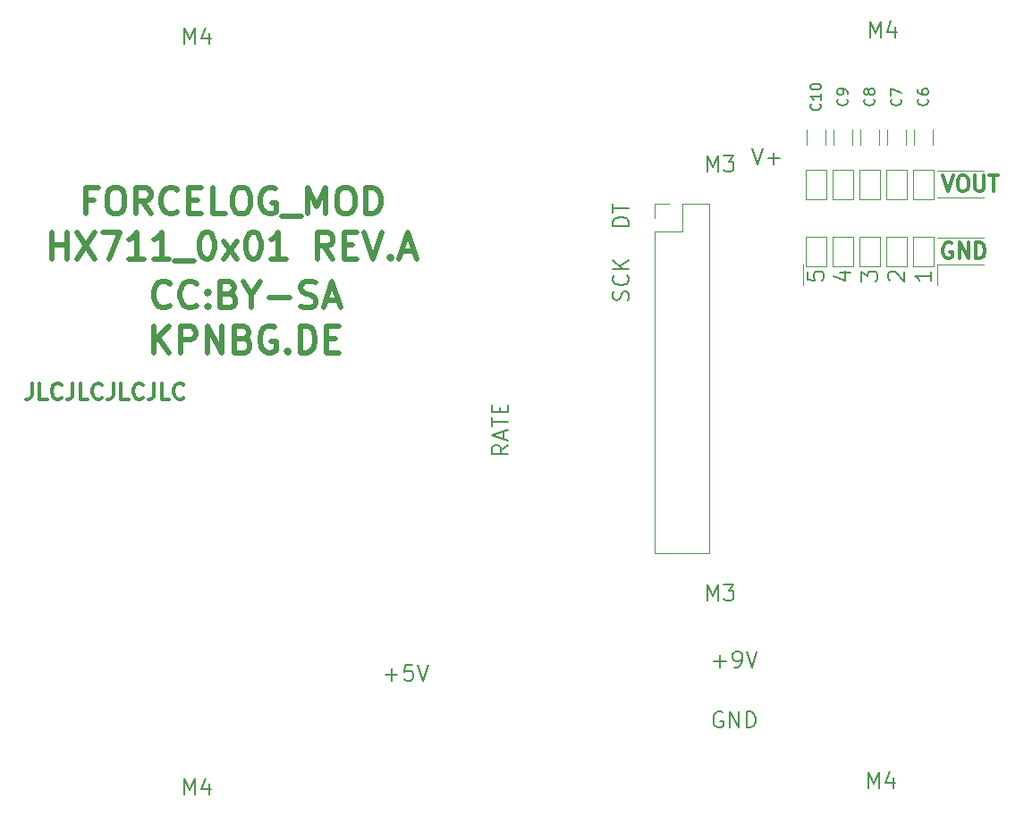
<source format=gbr>
%TF.GenerationSoftware,KiCad,Pcbnew,5.1.8*%
%TF.CreationDate,2020-12-20T23:42:19+01:00*%
%TF.ProjectId,pcb_module_hx711,7063625f-6d6f-4647-956c-655f68783731,rev?*%
%TF.SameCoordinates,Original*%
%TF.FileFunction,Legend,Top*%
%TF.FilePolarity,Positive*%
%FSLAX46Y46*%
G04 Gerber Fmt 4.6, Leading zero omitted, Abs format (unit mm)*
G04 Created by KiCad (PCBNEW 5.1.8) date 2020-12-20 23:42:19*
%MOMM*%
%LPD*%
G01*
G04 APERTURE LIST*
%ADD10C,0.300000*%
%ADD11C,0.200000*%
%ADD12C,0.500000*%
%ADD13C,0.120000*%
%ADD14C,0.150000*%
G04 APERTURE END LIST*
D10*
X49225269Y-106363780D02*
X49225269Y-107435209D01*
X49153841Y-107649494D01*
X49010983Y-107792351D01*
X48796698Y-107863780D01*
X48653841Y-107863780D01*
X50653841Y-107863780D02*
X49939555Y-107863780D01*
X49939555Y-106363780D01*
X52010983Y-107720923D02*
X51939555Y-107792351D01*
X51725269Y-107863780D01*
X51582412Y-107863780D01*
X51368126Y-107792351D01*
X51225269Y-107649494D01*
X51153841Y-107506637D01*
X51082412Y-107220923D01*
X51082412Y-107006637D01*
X51153841Y-106720923D01*
X51225269Y-106578066D01*
X51368126Y-106435209D01*
X51582412Y-106363780D01*
X51725269Y-106363780D01*
X51939555Y-106435209D01*
X52010983Y-106506637D01*
X53082412Y-106363780D02*
X53082412Y-107435209D01*
X53010983Y-107649494D01*
X52868126Y-107792351D01*
X52653841Y-107863780D01*
X52510983Y-107863780D01*
X54510983Y-107863780D02*
X53796698Y-107863780D01*
X53796698Y-106363780D01*
X55868126Y-107720923D02*
X55796698Y-107792351D01*
X55582412Y-107863780D01*
X55439555Y-107863780D01*
X55225269Y-107792351D01*
X55082412Y-107649494D01*
X55010983Y-107506637D01*
X54939555Y-107220923D01*
X54939555Y-107006637D01*
X55010983Y-106720923D01*
X55082412Y-106578066D01*
X55225269Y-106435209D01*
X55439555Y-106363780D01*
X55582412Y-106363780D01*
X55796698Y-106435209D01*
X55868126Y-106506637D01*
X56939555Y-106363780D02*
X56939555Y-107435209D01*
X56868126Y-107649494D01*
X56725269Y-107792351D01*
X56510983Y-107863780D01*
X56368126Y-107863780D01*
X58368126Y-107863780D02*
X57653841Y-107863780D01*
X57653841Y-106363780D01*
X59725269Y-107720923D02*
X59653841Y-107792351D01*
X59439555Y-107863780D01*
X59296698Y-107863780D01*
X59082412Y-107792351D01*
X58939555Y-107649494D01*
X58868126Y-107506637D01*
X58796698Y-107220923D01*
X58796698Y-107006637D01*
X58868126Y-106720923D01*
X58939555Y-106578066D01*
X59082412Y-106435209D01*
X59296698Y-106363780D01*
X59439555Y-106363780D01*
X59653841Y-106435209D01*
X59725269Y-106506637D01*
X60796698Y-106363780D02*
X60796698Y-107435209D01*
X60725269Y-107649494D01*
X60582412Y-107792351D01*
X60368126Y-107863780D01*
X60225269Y-107863780D01*
X62225269Y-107863780D02*
X61510983Y-107863780D01*
X61510983Y-106363780D01*
X63582412Y-107720923D02*
X63510983Y-107792351D01*
X63296698Y-107863780D01*
X63153841Y-107863780D01*
X62939555Y-107792351D01*
X62796698Y-107649494D01*
X62725269Y-107506637D01*
X62653841Y-107220923D01*
X62653841Y-107006637D01*
X62725269Y-106720923D01*
X62796698Y-106578066D01*
X62939555Y-106435209D01*
X63153841Y-106363780D01*
X63296698Y-106363780D01*
X63510983Y-106435209D01*
X63582412Y-106506637D01*
D11*
X114576698Y-137550209D02*
X114433841Y-137478780D01*
X114219555Y-137478780D01*
X114005269Y-137550209D01*
X113862412Y-137693066D01*
X113790983Y-137835923D01*
X113719555Y-138121637D01*
X113719555Y-138335923D01*
X113790983Y-138621637D01*
X113862412Y-138764494D01*
X114005269Y-138907351D01*
X114219555Y-138978780D01*
X114362412Y-138978780D01*
X114576698Y-138907351D01*
X114648126Y-138835923D01*
X114648126Y-138335923D01*
X114362412Y-138335923D01*
X115290983Y-138978780D02*
X115290983Y-137478780D01*
X116148126Y-138978780D01*
X116148126Y-137478780D01*
X116862412Y-138978780D02*
X116862412Y-137478780D01*
X117219555Y-137478780D01*
X117433841Y-137550209D01*
X117576698Y-137693066D01*
X117648126Y-137835923D01*
X117719555Y-138121637D01*
X117719555Y-138335923D01*
X117648126Y-138621637D01*
X117576698Y-138764494D01*
X117433841Y-138907351D01*
X117219555Y-138978780D01*
X116862412Y-138978780D01*
X113790983Y-132692351D02*
X114933841Y-132692351D01*
X114362412Y-133263780D02*
X114362412Y-132120923D01*
X115719555Y-133263780D02*
X116005269Y-133263780D01*
X116148126Y-133192351D01*
X116219555Y-133120923D01*
X116362412Y-132906637D01*
X116433841Y-132620923D01*
X116433841Y-132049494D01*
X116362412Y-131906637D01*
X116290983Y-131835209D01*
X116148126Y-131763780D01*
X115862412Y-131763780D01*
X115719555Y-131835209D01*
X115648126Y-131906637D01*
X115576698Y-132049494D01*
X115576698Y-132406637D01*
X115648126Y-132549494D01*
X115719555Y-132620923D01*
X115862412Y-132692351D01*
X116148126Y-132692351D01*
X116290983Y-132620923D01*
X116362412Y-132549494D01*
X116433841Y-132406637D01*
X116862412Y-131763780D02*
X117362412Y-133263780D01*
X117862412Y-131763780D01*
X117386698Y-84138780D02*
X117886698Y-85638780D01*
X118386698Y-84138780D01*
X118886698Y-85067351D02*
X120029555Y-85067351D01*
X119458126Y-85638780D02*
X119458126Y-84495923D01*
X105727412Y-91458066D02*
X104227412Y-91458066D01*
X104227412Y-91100923D01*
X104298841Y-90886637D01*
X104441698Y-90743780D01*
X104584555Y-90672351D01*
X104870269Y-90600923D01*
X105084555Y-90600923D01*
X105370269Y-90672351D01*
X105513126Y-90743780D01*
X105655983Y-90886637D01*
X105727412Y-91100923D01*
X105727412Y-91458066D01*
X104227412Y-90172351D02*
X104227412Y-89315209D01*
X105727412Y-89743780D02*
X104227412Y-89743780D01*
X105655983Y-98514494D02*
X105727412Y-98300209D01*
X105727412Y-97943066D01*
X105655983Y-97800209D01*
X105584555Y-97728780D01*
X105441698Y-97657351D01*
X105298841Y-97657351D01*
X105155983Y-97728780D01*
X105084555Y-97800209D01*
X105013126Y-97943066D01*
X104941698Y-98228780D01*
X104870269Y-98371637D01*
X104798841Y-98443066D01*
X104655983Y-98514494D01*
X104513126Y-98514494D01*
X104370269Y-98443066D01*
X104298841Y-98371637D01*
X104227412Y-98228780D01*
X104227412Y-97871637D01*
X104298841Y-97657351D01*
X105584555Y-96157351D02*
X105655983Y-96228780D01*
X105727412Y-96443066D01*
X105727412Y-96585923D01*
X105655983Y-96800209D01*
X105513126Y-96943066D01*
X105370269Y-97014494D01*
X105084555Y-97085923D01*
X104870269Y-97085923D01*
X104584555Y-97014494D01*
X104441698Y-96943066D01*
X104298841Y-96800209D01*
X104227412Y-96585923D01*
X104227412Y-96443066D01*
X104298841Y-96228780D01*
X104370269Y-96157351D01*
X105727412Y-95514494D02*
X104227412Y-95514494D01*
X105727412Y-94657351D02*
X104870269Y-95300209D01*
X104227412Y-94657351D02*
X105084555Y-95514494D01*
X94297412Y-112190923D02*
X93583126Y-112690923D01*
X94297412Y-113048066D02*
X92797412Y-113048066D01*
X92797412Y-112476637D01*
X92868841Y-112333780D01*
X92940269Y-112262351D01*
X93083126Y-112190923D01*
X93297412Y-112190923D01*
X93440269Y-112262351D01*
X93511698Y-112333780D01*
X93583126Y-112476637D01*
X93583126Y-113048066D01*
X93868841Y-111619494D02*
X93868841Y-110905209D01*
X94297412Y-111762351D02*
X92797412Y-111262351D01*
X94297412Y-110762351D01*
X92797412Y-110476637D02*
X92797412Y-109619494D01*
X94297412Y-110048066D02*
X92797412Y-110048066D01*
X93511698Y-109119494D02*
X93511698Y-108619494D01*
X94297412Y-108405209D02*
X94297412Y-109119494D01*
X92797412Y-109119494D01*
X92797412Y-108405209D01*
X82675983Y-133962351D02*
X83818841Y-133962351D01*
X83247412Y-134533780D02*
X83247412Y-133390923D01*
X85247412Y-133033780D02*
X84533126Y-133033780D01*
X84461698Y-133748066D01*
X84533126Y-133676637D01*
X84675983Y-133605209D01*
X85033126Y-133605209D01*
X85175983Y-133676637D01*
X85247412Y-133748066D01*
X85318841Y-133890923D01*
X85318841Y-134248066D01*
X85247412Y-134390923D01*
X85175983Y-134462351D01*
X85033126Y-134533780D01*
X84675983Y-134533780D01*
X84533126Y-134462351D01*
X84461698Y-134390923D01*
X85747412Y-133033780D02*
X86247412Y-134533780D01*
X86747412Y-133033780D01*
X113155983Y-86273780D02*
X113155983Y-84773780D01*
X113655983Y-85845209D01*
X114155983Y-84773780D01*
X114155983Y-86273780D01*
X114727412Y-84773780D02*
X115655983Y-84773780D01*
X115155983Y-85345209D01*
X115370269Y-85345209D01*
X115513126Y-85416637D01*
X115584555Y-85488066D01*
X115655983Y-85630923D01*
X115655983Y-85988066D01*
X115584555Y-86130923D01*
X115513126Y-86202351D01*
X115370269Y-86273780D01*
X114941698Y-86273780D01*
X114798841Y-86202351D01*
X114727412Y-86130923D01*
X113155983Y-126913780D02*
X113155983Y-125413780D01*
X113655983Y-126485209D01*
X114155983Y-125413780D01*
X114155983Y-126913780D01*
X114727412Y-125413780D02*
X115655983Y-125413780D01*
X115155983Y-125985209D01*
X115370269Y-125985209D01*
X115513126Y-126056637D01*
X115584555Y-126128066D01*
X115655983Y-126270923D01*
X115655983Y-126628066D01*
X115584555Y-126770923D01*
X115513126Y-126842351D01*
X115370269Y-126913780D01*
X114941698Y-126913780D01*
X114798841Y-126842351D01*
X114727412Y-126770923D01*
X128395983Y-144693780D02*
X128395983Y-143193780D01*
X128895983Y-144265209D01*
X129395983Y-143193780D01*
X129395983Y-144693780D01*
X130753126Y-143693780D02*
X130753126Y-144693780D01*
X130395983Y-143122351D02*
X130038841Y-144193780D01*
X130967412Y-144193780D01*
X63625983Y-145328780D02*
X63625983Y-143828780D01*
X64125983Y-144900209D01*
X64625983Y-143828780D01*
X64625983Y-145328780D01*
X65983126Y-144328780D02*
X65983126Y-145328780D01*
X65625983Y-143757351D02*
X65268841Y-144828780D01*
X66197412Y-144828780D01*
X63625983Y-74208780D02*
X63625983Y-72708780D01*
X64125983Y-73780209D01*
X64625983Y-72708780D01*
X64625983Y-74208780D01*
X65983126Y-73208780D02*
X65983126Y-74208780D01*
X65625983Y-72637351D02*
X65268841Y-73708780D01*
X66197412Y-73708780D01*
X128563840Y-73573780D02*
X128563840Y-72073780D01*
X129063840Y-73145209D01*
X129563840Y-72073780D01*
X129563840Y-73573780D01*
X130920983Y-72573780D02*
X130920983Y-73573780D01*
X130563840Y-72002351D02*
X130206698Y-73073780D01*
X131135269Y-73073780D01*
D12*
X62286460Y-98968066D02*
X62167412Y-99087113D01*
X61810269Y-99206161D01*
X61572174Y-99206161D01*
X61215031Y-99087113D01*
X60976936Y-98849018D01*
X60857888Y-98610923D01*
X60738841Y-98134732D01*
X60738841Y-97777589D01*
X60857888Y-97301399D01*
X60976936Y-97063304D01*
X61215031Y-96825209D01*
X61572174Y-96706161D01*
X61810269Y-96706161D01*
X62167412Y-96825209D01*
X62286460Y-96944256D01*
X64786460Y-98968066D02*
X64667412Y-99087113D01*
X64310269Y-99206161D01*
X64072174Y-99206161D01*
X63715031Y-99087113D01*
X63476936Y-98849018D01*
X63357888Y-98610923D01*
X63238841Y-98134732D01*
X63238841Y-97777589D01*
X63357888Y-97301399D01*
X63476936Y-97063304D01*
X63715031Y-96825209D01*
X64072174Y-96706161D01*
X64310269Y-96706161D01*
X64667412Y-96825209D01*
X64786460Y-96944256D01*
X65857888Y-98968066D02*
X65976936Y-99087113D01*
X65857888Y-99206161D01*
X65738841Y-99087113D01*
X65857888Y-98968066D01*
X65857888Y-99206161D01*
X65857888Y-97658542D02*
X65976936Y-97777589D01*
X65857888Y-97896637D01*
X65738841Y-97777589D01*
X65857888Y-97658542D01*
X65857888Y-97896637D01*
X67881698Y-97896637D02*
X68238841Y-98015685D01*
X68357888Y-98134732D01*
X68476936Y-98372828D01*
X68476936Y-98729970D01*
X68357888Y-98968066D01*
X68238841Y-99087113D01*
X68000745Y-99206161D01*
X67048364Y-99206161D01*
X67048364Y-96706161D01*
X67881698Y-96706161D01*
X68119793Y-96825209D01*
X68238841Y-96944256D01*
X68357888Y-97182351D01*
X68357888Y-97420447D01*
X68238841Y-97658542D01*
X68119793Y-97777589D01*
X67881698Y-97896637D01*
X67048364Y-97896637D01*
X70024555Y-98015685D02*
X70024555Y-99206161D01*
X69191221Y-96706161D02*
X70024555Y-98015685D01*
X70857888Y-96706161D01*
X71691221Y-98253780D02*
X73595983Y-98253780D01*
X74667412Y-99087113D02*
X75024555Y-99206161D01*
X75619793Y-99206161D01*
X75857888Y-99087113D01*
X75976936Y-98968066D01*
X76095983Y-98729970D01*
X76095983Y-98491875D01*
X75976936Y-98253780D01*
X75857888Y-98134732D01*
X75619793Y-98015685D01*
X75143602Y-97896637D01*
X74905507Y-97777589D01*
X74786460Y-97658542D01*
X74667412Y-97420447D01*
X74667412Y-97182351D01*
X74786460Y-96944256D01*
X74905507Y-96825209D01*
X75143602Y-96706161D01*
X75738841Y-96706161D01*
X76095983Y-96825209D01*
X77048364Y-98491875D02*
X78238841Y-98491875D01*
X76810269Y-99206161D02*
X77643602Y-96706161D01*
X78476936Y-99206161D01*
X60798364Y-103456161D02*
X60798364Y-100956161D01*
X62226936Y-103456161D02*
X61155507Y-102027589D01*
X62226936Y-100956161D02*
X60798364Y-102384732D01*
X63298364Y-103456161D02*
X63298364Y-100956161D01*
X64250745Y-100956161D01*
X64488841Y-101075209D01*
X64607888Y-101194256D01*
X64726936Y-101432351D01*
X64726936Y-101789494D01*
X64607888Y-102027589D01*
X64488841Y-102146637D01*
X64250745Y-102265685D01*
X63298364Y-102265685D01*
X65798364Y-103456161D02*
X65798364Y-100956161D01*
X67226936Y-103456161D01*
X67226936Y-100956161D01*
X69250745Y-102146637D02*
X69607888Y-102265685D01*
X69726936Y-102384732D01*
X69845983Y-102622828D01*
X69845983Y-102979970D01*
X69726936Y-103218066D01*
X69607888Y-103337113D01*
X69369793Y-103456161D01*
X68417412Y-103456161D01*
X68417412Y-100956161D01*
X69250745Y-100956161D01*
X69488841Y-101075209D01*
X69607888Y-101194256D01*
X69726936Y-101432351D01*
X69726936Y-101670447D01*
X69607888Y-101908542D01*
X69488841Y-102027589D01*
X69250745Y-102146637D01*
X68417412Y-102146637D01*
X72226936Y-101075209D02*
X71988841Y-100956161D01*
X71631698Y-100956161D01*
X71274555Y-101075209D01*
X71036460Y-101313304D01*
X70917412Y-101551399D01*
X70798364Y-102027589D01*
X70798364Y-102384732D01*
X70917412Y-102860923D01*
X71036460Y-103099018D01*
X71274555Y-103337113D01*
X71631698Y-103456161D01*
X71869793Y-103456161D01*
X72226936Y-103337113D01*
X72345983Y-103218066D01*
X72345983Y-102384732D01*
X71869793Y-102384732D01*
X73417412Y-103218066D02*
X73536460Y-103337113D01*
X73417412Y-103456161D01*
X73298364Y-103337113D01*
X73417412Y-103218066D01*
X73417412Y-103456161D01*
X74607888Y-103456161D02*
X74607888Y-100956161D01*
X75203126Y-100956161D01*
X75560269Y-101075209D01*
X75798364Y-101313304D01*
X75917412Y-101551399D01*
X76036460Y-102027589D01*
X76036460Y-102384732D01*
X75917412Y-102860923D01*
X75798364Y-103099018D01*
X75560269Y-103337113D01*
X75203126Y-103456161D01*
X74607888Y-103456161D01*
X77107888Y-102146637D02*
X77941221Y-102146637D01*
X78298364Y-103456161D02*
X77107888Y-103456161D01*
X77107888Y-100956161D01*
X78298364Y-100956161D01*
X55123602Y-89006637D02*
X54290269Y-89006637D01*
X54290269Y-90316161D02*
X54290269Y-87816161D01*
X55480745Y-87816161D01*
X56909317Y-87816161D02*
X57385507Y-87816161D01*
X57623602Y-87935209D01*
X57861698Y-88173304D01*
X57980745Y-88649494D01*
X57980745Y-89482828D01*
X57861698Y-89959018D01*
X57623602Y-90197113D01*
X57385507Y-90316161D01*
X56909317Y-90316161D01*
X56671221Y-90197113D01*
X56433126Y-89959018D01*
X56314079Y-89482828D01*
X56314079Y-88649494D01*
X56433126Y-88173304D01*
X56671221Y-87935209D01*
X56909317Y-87816161D01*
X60480745Y-90316161D02*
X59647412Y-89125685D01*
X59052174Y-90316161D02*
X59052174Y-87816161D01*
X60004555Y-87816161D01*
X60242650Y-87935209D01*
X60361698Y-88054256D01*
X60480745Y-88292351D01*
X60480745Y-88649494D01*
X60361698Y-88887589D01*
X60242650Y-89006637D01*
X60004555Y-89125685D01*
X59052174Y-89125685D01*
X62980745Y-90078066D02*
X62861698Y-90197113D01*
X62504555Y-90316161D01*
X62266460Y-90316161D01*
X61909317Y-90197113D01*
X61671221Y-89959018D01*
X61552174Y-89720923D01*
X61433126Y-89244732D01*
X61433126Y-88887589D01*
X61552174Y-88411399D01*
X61671221Y-88173304D01*
X61909317Y-87935209D01*
X62266460Y-87816161D01*
X62504555Y-87816161D01*
X62861698Y-87935209D01*
X62980745Y-88054256D01*
X64052174Y-89006637D02*
X64885507Y-89006637D01*
X65242650Y-90316161D02*
X64052174Y-90316161D01*
X64052174Y-87816161D01*
X65242650Y-87816161D01*
X67504555Y-90316161D02*
X66314079Y-90316161D01*
X66314079Y-87816161D01*
X68814079Y-87816161D02*
X69290269Y-87816161D01*
X69528364Y-87935209D01*
X69766460Y-88173304D01*
X69885507Y-88649494D01*
X69885507Y-89482828D01*
X69766460Y-89959018D01*
X69528364Y-90197113D01*
X69290269Y-90316161D01*
X68814079Y-90316161D01*
X68575983Y-90197113D01*
X68337888Y-89959018D01*
X68218841Y-89482828D01*
X68218841Y-88649494D01*
X68337888Y-88173304D01*
X68575983Y-87935209D01*
X68814079Y-87816161D01*
X72266460Y-87935209D02*
X72028364Y-87816161D01*
X71671221Y-87816161D01*
X71314079Y-87935209D01*
X71075983Y-88173304D01*
X70956936Y-88411399D01*
X70837888Y-88887589D01*
X70837888Y-89244732D01*
X70956936Y-89720923D01*
X71075983Y-89959018D01*
X71314079Y-90197113D01*
X71671221Y-90316161D01*
X71909317Y-90316161D01*
X72266460Y-90197113D01*
X72385507Y-90078066D01*
X72385507Y-89244732D01*
X71909317Y-89244732D01*
X72861698Y-90554256D02*
X74766460Y-90554256D01*
X75361698Y-90316161D02*
X75361698Y-87816161D01*
X76195031Y-89601875D01*
X77028364Y-87816161D01*
X77028364Y-90316161D01*
X78695031Y-87816161D02*
X79171221Y-87816161D01*
X79409317Y-87935209D01*
X79647412Y-88173304D01*
X79766460Y-88649494D01*
X79766460Y-89482828D01*
X79647412Y-89959018D01*
X79409317Y-90197113D01*
X79171221Y-90316161D01*
X78695031Y-90316161D01*
X78456936Y-90197113D01*
X78218841Y-89959018D01*
X78099793Y-89482828D01*
X78099793Y-88649494D01*
X78218841Y-88173304D01*
X78456936Y-87935209D01*
X78695031Y-87816161D01*
X80837888Y-90316161D02*
X80837888Y-87816161D01*
X81433126Y-87816161D01*
X81790269Y-87935209D01*
X82028364Y-88173304D01*
X82147412Y-88411399D01*
X82266460Y-88887589D01*
X82266460Y-89244732D01*
X82147412Y-89720923D01*
X82028364Y-89959018D01*
X81790269Y-90197113D01*
X81433126Y-90316161D01*
X80837888Y-90316161D01*
X51135507Y-94566161D02*
X51135507Y-92066161D01*
X51135507Y-93256637D02*
X52564079Y-93256637D01*
X52564079Y-94566161D02*
X52564079Y-92066161D01*
X53516460Y-92066161D02*
X55183126Y-94566161D01*
X55183126Y-92066161D02*
X53516460Y-94566161D01*
X55897412Y-92066161D02*
X57564079Y-92066161D01*
X56492650Y-94566161D01*
X59825983Y-94566161D02*
X58397412Y-94566161D01*
X59111698Y-94566161D02*
X59111698Y-92066161D01*
X58873602Y-92423304D01*
X58635507Y-92661399D01*
X58397412Y-92780447D01*
X62206936Y-94566161D02*
X60778364Y-94566161D01*
X61492650Y-94566161D02*
X61492650Y-92066161D01*
X61254555Y-92423304D01*
X61016460Y-92661399D01*
X60778364Y-92780447D01*
X62683126Y-94804256D02*
X64587888Y-94804256D01*
X65659317Y-92066161D02*
X65897412Y-92066161D01*
X66135507Y-92185209D01*
X66254555Y-92304256D01*
X66373602Y-92542351D01*
X66492650Y-93018542D01*
X66492650Y-93613780D01*
X66373602Y-94089970D01*
X66254555Y-94328066D01*
X66135507Y-94447113D01*
X65897412Y-94566161D01*
X65659317Y-94566161D01*
X65421221Y-94447113D01*
X65302174Y-94328066D01*
X65183126Y-94089970D01*
X65064079Y-93613780D01*
X65064079Y-93018542D01*
X65183126Y-92542351D01*
X65302174Y-92304256D01*
X65421221Y-92185209D01*
X65659317Y-92066161D01*
X67325983Y-94566161D02*
X68635507Y-92899494D01*
X67325983Y-92899494D02*
X68635507Y-94566161D01*
X70064079Y-92066161D02*
X70302174Y-92066161D01*
X70540269Y-92185209D01*
X70659317Y-92304256D01*
X70778364Y-92542351D01*
X70897412Y-93018542D01*
X70897412Y-93613780D01*
X70778364Y-94089970D01*
X70659317Y-94328066D01*
X70540269Y-94447113D01*
X70302174Y-94566161D01*
X70064079Y-94566161D01*
X69825983Y-94447113D01*
X69706936Y-94328066D01*
X69587888Y-94089970D01*
X69468841Y-93613780D01*
X69468841Y-93018542D01*
X69587888Y-92542351D01*
X69706936Y-92304256D01*
X69825983Y-92185209D01*
X70064079Y-92066161D01*
X73278364Y-94566161D02*
X71849793Y-94566161D01*
X72564079Y-94566161D02*
X72564079Y-92066161D01*
X72325983Y-92423304D01*
X72087888Y-92661399D01*
X71849793Y-92780447D01*
X77683126Y-94566161D02*
X76849793Y-93375685D01*
X76254555Y-94566161D02*
X76254555Y-92066161D01*
X77206936Y-92066161D01*
X77445031Y-92185209D01*
X77564079Y-92304256D01*
X77683126Y-92542351D01*
X77683126Y-92899494D01*
X77564079Y-93137589D01*
X77445031Y-93256637D01*
X77206936Y-93375685D01*
X76254555Y-93375685D01*
X78754555Y-93256637D02*
X79587888Y-93256637D01*
X79945031Y-94566161D02*
X78754555Y-94566161D01*
X78754555Y-92066161D01*
X79945031Y-92066161D01*
X80659317Y-92066161D02*
X81492650Y-94566161D01*
X82325983Y-92066161D01*
X83159317Y-94328066D02*
X83278364Y-94447113D01*
X83159317Y-94566161D01*
X83040269Y-94447113D01*
X83159317Y-94328066D01*
X83159317Y-94566161D01*
X84230745Y-93851875D02*
X85421221Y-93851875D01*
X83992650Y-94566161D02*
X84825983Y-92066161D01*
X85659317Y-94566161D01*
D13*
X122193841Y-95120209D02*
X122193841Y-97025209D01*
X134893841Y-95120209D02*
X134893841Y-97025209D01*
D11*
X122642412Y-95823780D02*
X122642412Y-96538066D01*
X123356698Y-96609494D01*
X123285269Y-96538066D01*
X123213841Y-96395209D01*
X123213841Y-96038066D01*
X123285269Y-95895209D01*
X123356698Y-95823780D01*
X123499555Y-95752351D01*
X123856698Y-95752351D01*
X123999555Y-95823780D01*
X124070983Y-95895209D01*
X124142412Y-96038066D01*
X124142412Y-96395209D01*
X124070983Y-96538066D01*
X123999555Y-96609494D01*
X125682412Y-95895209D02*
X126682412Y-95895209D01*
X125110983Y-96252351D02*
X126182412Y-96609494D01*
X126182412Y-95680923D01*
X127722412Y-96680923D02*
X127722412Y-95752351D01*
X128293841Y-96252351D01*
X128293841Y-96038066D01*
X128365269Y-95895209D01*
X128436698Y-95823780D01*
X128579555Y-95752351D01*
X128936698Y-95752351D01*
X129079555Y-95823780D01*
X129150983Y-95895209D01*
X129222412Y-96038066D01*
X129222412Y-96466637D01*
X129150983Y-96609494D01*
X129079555Y-96680923D01*
X130405269Y-96609494D02*
X130333841Y-96538066D01*
X130262412Y-96395209D01*
X130262412Y-96038066D01*
X130333841Y-95895209D01*
X130405269Y-95823780D01*
X130548126Y-95752351D01*
X130690983Y-95752351D01*
X130905269Y-95823780D01*
X131762412Y-96680923D01*
X131762412Y-95752351D01*
X134302412Y-95752351D02*
X134302412Y-96609494D01*
X134302412Y-96180923D02*
X132802412Y-96180923D01*
X133016698Y-96323780D01*
X133159555Y-96466637D01*
X133230983Y-96609494D01*
D13*
X139338841Y-86230209D02*
X134893841Y-86230209D01*
X139338841Y-92580209D02*
X134893841Y-92580209D01*
X139338841Y-95120209D02*
X134893841Y-95120209D01*
X139338841Y-88770209D02*
X134893841Y-88770209D01*
D10*
X135425983Y-86678780D02*
X135925983Y-88178780D01*
X136425983Y-86678780D01*
X137211698Y-86678780D02*
X137497412Y-86678780D01*
X137640269Y-86750209D01*
X137783126Y-86893066D01*
X137854555Y-87178780D01*
X137854555Y-87678780D01*
X137783126Y-87964494D01*
X137640269Y-88107351D01*
X137497412Y-88178780D01*
X137211698Y-88178780D01*
X137068841Y-88107351D01*
X136925983Y-87964494D01*
X136854555Y-87678780D01*
X136854555Y-87178780D01*
X136925983Y-86893066D01*
X137068841Y-86750209D01*
X137211698Y-86678780D01*
X138497412Y-86678780D02*
X138497412Y-87893066D01*
X138568841Y-88035923D01*
X138640269Y-88107351D01*
X138783126Y-88178780D01*
X139068841Y-88178780D01*
X139211698Y-88107351D01*
X139283126Y-88035923D01*
X139354555Y-87893066D01*
X139354555Y-86678780D01*
X139854555Y-86678780D02*
X140711698Y-86678780D01*
X140283126Y-88178780D02*
X140283126Y-86678780D01*
X136290983Y-93100209D02*
X136148126Y-93028780D01*
X135933841Y-93028780D01*
X135719555Y-93100209D01*
X135576698Y-93243066D01*
X135505269Y-93385923D01*
X135433841Y-93671637D01*
X135433841Y-93885923D01*
X135505269Y-94171637D01*
X135576698Y-94314494D01*
X135719555Y-94457351D01*
X135933841Y-94528780D01*
X136076698Y-94528780D01*
X136290983Y-94457351D01*
X136362412Y-94385923D01*
X136362412Y-93885923D01*
X136076698Y-93885923D01*
X137005269Y-94528780D02*
X137005269Y-93028780D01*
X137862412Y-94528780D01*
X137862412Y-93028780D01*
X138576698Y-94528780D02*
X138576698Y-93028780D01*
X138933841Y-93028780D01*
X139148126Y-93100209D01*
X139290983Y-93243066D01*
X139362412Y-93385923D01*
X139433841Y-93671637D01*
X139433841Y-93885923D01*
X139362412Y-94171637D01*
X139290983Y-94314494D01*
X139148126Y-94457351D01*
X138933841Y-94528780D01*
X138576698Y-94528780D01*
D13*
%TO.C,JP15*%
X124463841Y-86100209D02*
X124463841Y-88900209D01*
X124463841Y-88900209D02*
X122463841Y-88900209D01*
X122463841Y-88900209D02*
X122463841Y-86100209D01*
X122463841Y-86100209D02*
X124463841Y-86100209D01*
%TO.C,JP14*%
X127003841Y-86100209D02*
X127003841Y-88900209D01*
X127003841Y-88900209D02*
X125003841Y-88900209D01*
X125003841Y-88900209D02*
X125003841Y-86100209D01*
X125003841Y-86100209D02*
X127003841Y-86100209D01*
%TO.C,JP13*%
X129543841Y-86100209D02*
X129543841Y-88900209D01*
X129543841Y-88900209D02*
X127543841Y-88900209D01*
X127543841Y-88900209D02*
X127543841Y-86100209D01*
X127543841Y-86100209D02*
X129543841Y-86100209D01*
%TO.C,JP12*%
X132083841Y-86100209D02*
X132083841Y-88900209D01*
X132083841Y-88900209D02*
X130083841Y-88900209D01*
X130083841Y-88900209D02*
X130083841Y-86100209D01*
X130083841Y-86100209D02*
X132083841Y-86100209D01*
%TO.C,JP11*%
X134623841Y-86100209D02*
X134623841Y-88900209D01*
X134623841Y-88900209D02*
X132623841Y-88900209D01*
X132623841Y-88900209D02*
X132623841Y-86100209D01*
X132623841Y-86100209D02*
X134623841Y-86100209D01*
%TO.C,JP10*%
X122463841Y-95250209D02*
X122463841Y-92450209D01*
X122463841Y-92450209D02*
X124463841Y-92450209D01*
X124463841Y-92450209D02*
X124463841Y-95250209D01*
X124463841Y-95250209D02*
X122463841Y-95250209D01*
%TO.C,JP9*%
X125003841Y-95250209D02*
X125003841Y-92450209D01*
X125003841Y-92450209D02*
X127003841Y-92450209D01*
X127003841Y-92450209D02*
X127003841Y-95250209D01*
X127003841Y-95250209D02*
X125003841Y-95250209D01*
%TO.C,JP8*%
X127543841Y-95250209D02*
X127543841Y-92450209D01*
X127543841Y-92450209D02*
X129543841Y-92450209D01*
X129543841Y-92450209D02*
X129543841Y-95250209D01*
X129543841Y-95250209D02*
X127543841Y-95250209D01*
%TO.C,JP7*%
X130083841Y-95250209D02*
X130083841Y-92450209D01*
X130083841Y-92450209D02*
X132083841Y-92450209D01*
X132083841Y-92450209D02*
X132083841Y-95250209D01*
X132083841Y-95250209D02*
X130083841Y-95250209D01*
%TO.C,JP6*%
X132623841Y-95250209D02*
X132623841Y-92450209D01*
X132623841Y-92450209D02*
X134623841Y-92450209D01*
X134623841Y-92450209D02*
X134623841Y-95250209D01*
X134623841Y-95250209D02*
X132623841Y-95250209D01*
%TO.C,C10*%
X122553841Y-82343957D02*
X122553841Y-83766461D01*
X124373841Y-82343957D02*
X124373841Y-83766461D01*
%TO.C,C9*%
X125093841Y-82343957D02*
X125093841Y-83766461D01*
X126913841Y-82343957D02*
X126913841Y-83766461D01*
%TO.C,C8*%
X127633841Y-82343957D02*
X127633841Y-83766461D01*
X129453841Y-82343957D02*
X129453841Y-83766461D01*
%TO.C,C7*%
X130173841Y-82343957D02*
X130173841Y-83766461D01*
X131993841Y-82343957D02*
X131993841Y-83766461D01*
%TO.C,C6*%
X132713841Y-82343957D02*
X132713841Y-83766461D01*
X134533841Y-82343957D02*
X134533841Y-83766461D01*
%TO.C,J7*%
X108163841Y-89345209D02*
X109493841Y-89345209D01*
X108163841Y-90675209D02*
X108163841Y-89345209D01*
X110763841Y-89345209D02*
X113363841Y-89345209D01*
X110763841Y-91945209D02*
X110763841Y-89345209D01*
X108163841Y-91945209D02*
X110763841Y-91945209D01*
X113363841Y-89345209D02*
X113363841Y-122485209D01*
X108163841Y-91945209D02*
X108163841Y-122485209D01*
X108163841Y-122485209D02*
X113363841Y-122485209D01*
%TO.C,C10*%
D14*
X123820983Y-79888066D02*
X123868602Y-79935685D01*
X123916221Y-80078542D01*
X123916221Y-80173780D01*
X123868602Y-80316637D01*
X123773364Y-80411875D01*
X123678126Y-80459494D01*
X123487650Y-80507113D01*
X123344793Y-80507113D01*
X123154317Y-80459494D01*
X123059079Y-80411875D01*
X122963841Y-80316637D01*
X122916221Y-80173780D01*
X122916221Y-80078542D01*
X122963841Y-79935685D01*
X123011460Y-79888066D01*
X123916221Y-78935685D02*
X123916221Y-79507113D01*
X123916221Y-79221399D02*
X122916221Y-79221399D01*
X123059079Y-79316637D01*
X123154317Y-79411875D01*
X123201936Y-79507113D01*
X122916221Y-78316637D02*
X122916221Y-78221399D01*
X122963841Y-78126161D01*
X123011460Y-78078542D01*
X123106698Y-78030923D01*
X123297174Y-77983304D01*
X123535269Y-77983304D01*
X123725745Y-78030923D01*
X123820983Y-78078542D01*
X123868602Y-78126161D01*
X123916221Y-78221399D01*
X123916221Y-78316637D01*
X123868602Y-78411875D01*
X123820983Y-78459494D01*
X123725745Y-78507113D01*
X123535269Y-78554732D01*
X123297174Y-78554732D01*
X123106698Y-78507113D01*
X123011460Y-78459494D01*
X122963841Y-78411875D01*
X122916221Y-78316637D01*
%TO.C,C9*%
X126360983Y-79411875D02*
X126408602Y-79459494D01*
X126456221Y-79602351D01*
X126456221Y-79697589D01*
X126408602Y-79840447D01*
X126313364Y-79935685D01*
X126218126Y-79983304D01*
X126027650Y-80030923D01*
X125884793Y-80030923D01*
X125694317Y-79983304D01*
X125599079Y-79935685D01*
X125503841Y-79840447D01*
X125456221Y-79697589D01*
X125456221Y-79602351D01*
X125503841Y-79459494D01*
X125551460Y-79411875D01*
X126456221Y-78935685D02*
X126456221Y-78745209D01*
X126408602Y-78649970D01*
X126360983Y-78602351D01*
X126218126Y-78507113D01*
X126027650Y-78459494D01*
X125646698Y-78459494D01*
X125551460Y-78507113D01*
X125503841Y-78554732D01*
X125456221Y-78649970D01*
X125456221Y-78840447D01*
X125503841Y-78935685D01*
X125551460Y-78983304D01*
X125646698Y-79030923D01*
X125884793Y-79030923D01*
X125980031Y-78983304D01*
X126027650Y-78935685D01*
X126075269Y-78840447D01*
X126075269Y-78649970D01*
X126027650Y-78554732D01*
X125980031Y-78507113D01*
X125884793Y-78459494D01*
%TO.C,C8*%
X128900983Y-79411875D02*
X128948602Y-79459494D01*
X128996221Y-79602351D01*
X128996221Y-79697589D01*
X128948602Y-79840447D01*
X128853364Y-79935685D01*
X128758126Y-79983304D01*
X128567650Y-80030923D01*
X128424793Y-80030923D01*
X128234317Y-79983304D01*
X128139079Y-79935685D01*
X128043841Y-79840447D01*
X127996221Y-79697589D01*
X127996221Y-79602351D01*
X128043841Y-79459494D01*
X128091460Y-79411875D01*
X128424793Y-78840447D02*
X128377174Y-78935685D01*
X128329555Y-78983304D01*
X128234317Y-79030923D01*
X128186698Y-79030923D01*
X128091460Y-78983304D01*
X128043841Y-78935685D01*
X127996221Y-78840447D01*
X127996221Y-78649970D01*
X128043841Y-78554732D01*
X128091460Y-78507113D01*
X128186698Y-78459494D01*
X128234317Y-78459494D01*
X128329555Y-78507113D01*
X128377174Y-78554732D01*
X128424793Y-78649970D01*
X128424793Y-78840447D01*
X128472412Y-78935685D01*
X128520031Y-78983304D01*
X128615269Y-79030923D01*
X128805745Y-79030923D01*
X128900983Y-78983304D01*
X128948602Y-78935685D01*
X128996221Y-78840447D01*
X128996221Y-78649970D01*
X128948602Y-78554732D01*
X128900983Y-78507113D01*
X128805745Y-78459494D01*
X128615269Y-78459494D01*
X128520031Y-78507113D01*
X128472412Y-78554732D01*
X128424793Y-78649970D01*
%TO.C,C7*%
X131440983Y-79411875D02*
X131488602Y-79459494D01*
X131536221Y-79602351D01*
X131536221Y-79697589D01*
X131488602Y-79840447D01*
X131393364Y-79935685D01*
X131298126Y-79983304D01*
X131107650Y-80030923D01*
X130964793Y-80030923D01*
X130774317Y-79983304D01*
X130679079Y-79935685D01*
X130583841Y-79840447D01*
X130536221Y-79697589D01*
X130536221Y-79602351D01*
X130583841Y-79459494D01*
X130631460Y-79411875D01*
X130536221Y-79078542D02*
X130536221Y-78411875D01*
X131536221Y-78840447D01*
%TO.C,C6*%
X133980983Y-79411875D02*
X134028602Y-79459494D01*
X134076221Y-79602351D01*
X134076221Y-79697589D01*
X134028602Y-79840447D01*
X133933364Y-79935685D01*
X133838126Y-79983304D01*
X133647650Y-80030923D01*
X133504793Y-80030923D01*
X133314317Y-79983304D01*
X133219079Y-79935685D01*
X133123841Y-79840447D01*
X133076221Y-79697589D01*
X133076221Y-79602351D01*
X133123841Y-79459494D01*
X133171460Y-79411875D01*
X133076221Y-78554732D02*
X133076221Y-78745209D01*
X133123841Y-78840447D01*
X133171460Y-78888066D01*
X133314317Y-78983304D01*
X133504793Y-79030923D01*
X133885745Y-79030923D01*
X133980983Y-78983304D01*
X134028602Y-78935685D01*
X134076221Y-78840447D01*
X134076221Y-78649970D01*
X134028602Y-78554732D01*
X133980983Y-78507113D01*
X133885745Y-78459494D01*
X133647650Y-78459494D01*
X133552412Y-78507113D01*
X133504793Y-78554732D01*
X133457174Y-78649970D01*
X133457174Y-78840447D01*
X133504793Y-78935685D01*
X133552412Y-78983304D01*
X133647650Y-79030923D01*
%TD*%
M02*

</source>
